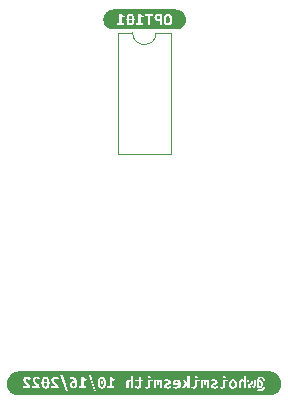
<source format=gbr>
%TF.GenerationSoftware,KiCad,Pcbnew,(6.0.0-0)*%
%TF.CreationDate,2022-10-16T11:18:23-07:00*%
%TF.ProjectId,refresh rate reader,72656672-6573-4682-9072-617465207265,rev?*%
%TF.SameCoordinates,Original*%
%TF.FileFunction,Legend,Bot*%
%TF.FilePolarity,Positive*%
%FSLAX46Y46*%
G04 Gerber Fmt 4.6, Leading zero omitted, Abs format (unit mm)*
G04 Created by KiCad (PCBNEW (6.0.0-0)) date 2022-10-16 11:18:23*
%MOMM*%
%LPD*%
G01*
G04 APERTURE LIST*
%ADD10C,0.120000*%
G04 APERTURE END LIST*
%TO.C,kibuzzard-634C4988*%
G36*
X136615333Y-106848331D02*
G01*
X136516655Y-106833694D01*
X136419887Y-106809455D01*
X136325961Y-106775847D01*
X136235781Y-106733196D01*
X136150216Y-106681910D01*
X136070091Y-106622485D01*
X135996175Y-106555492D01*
X135929182Y-106481576D01*
X135869757Y-106401450D01*
X135818471Y-106315886D01*
X135792304Y-106260560D01*
X137045699Y-106260560D01*
X137687049Y-106260560D01*
X137839449Y-106260560D01*
X138480799Y-106260560D01*
X138484768Y-106220872D01*
X138483974Y-106187535D01*
X138476632Y-106111335D01*
X138454605Y-106041485D01*
X138421268Y-105977389D01*
X138379993Y-105918453D01*
X138333161Y-105864081D01*
X138283155Y-105813678D01*
X138233776Y-105766847D01*
X138628436Y-105766847D01*
X138633894Y-105888688D01*
X138650265Y-105993860D01*
X138677550Y-106082363D01*
X138715749Y-106154197D01*
X138782777Y-106224753D01*
X138867443Y-106267086D01*
X138969749Y-106281197D01*
X139072055Y-106267086D01*
X139085107Y-106260560D01*
X139426949Y-106260560D01*
X140068299Y-106260560D01*
X140072268Y-106220872D01*
X140071474Y-106187535D01*
X140064132Y-106111335D01*
X140042105Y-106041485D01*
X140008768Y-105977389D01*
X139967493Y-105918453D01*
X139920661Y-105864081D01*
X139870655Y-105813678D01*
X139820649Y-105766252D01*
X139773818Y-105720810D01*
X139699205Y-105635085D01*
X139669836Y-105550947D01*
X139706349Y-105458078D01*
X139798424Y-105425534D01*
X139895262Y-105447760D01*
X139995274Y-105522372D01*
X140092111Y-105385847D01*
X140023651Y-105327903D01*
X139945268Y-105287422D01*
X139862122Y-105263610D01*
X139779374Y-105255672D01*
X139663486Y-105273134D01*
X139565061Y-105325522D01*
X139496799Y-105413628D01*
X139471399Y-105536660D01*
X139490449Y-105634291D01*
X139541249Y-105725572D01*
X139612687Y-105811297D01*
X139693649Y-105890672D01*
X139741274Y-105935916D01*
X139792074Y-105989891D01*
X139832555Y-106046247D01*
X139849224Y-106098635D01*
X139426949Y-106098635D01*
X139426949Y-106260560D01*
X139085107Y-106260560D01*
X139156721Y-106224753D01*
X139223749Y-106154197D01*
X139261948Y-106082363D01*
X139289233Y-105993860D01*
X139305604Y-105888688D01*
X139311062Y-105766847D01*
X139305505Y-105646395D01*
X139288836Y-105542216D01*
X139261055Y-105454308D01*
X139222161Y-105382672D01*
X139154605Y-105312116D01*
X139070467Y-105269783D01*
X138969749Y-105255672D01*
X138867443Y-105269695D01*
X138782777Y-105311764D01*
X138715749Y-105381878D01*
X138677550Y-105453266D01*
X138650265Y-105541224D01*
X138633894Y-105645751D01*
X138628436Y-105766847D01*
X138233776Y-105766847D01*
X138233149Y-105766252D01*
X138186318Y-105720810D01*
X138111705Y-105635085D01*
X138082336Y-105550947D01*
X138118849Y-105458078D01*
X138210924Y-105425534D01*
X138307761Y-105447760D01*
X138407774Y-105522372D01*
X138504611Y-105385847D01*
X138436151Y-105327903D01*
X138357768Y-105287422D01*
X138274622Y-105263610D01*
X138191874Y-105255672D01*
X138075986Y-105273134D01*
X137977561Y-105325522D01*
X137909299Y-105413628D01*
X137883899Y-105536660D01*
X137902949Y-105634291D01*
X137953749Y-105725572D01*
X138025187Y-105811297D01*
X138106149Y-105890672D01*
X138153774Y-105935916D01*
X138204574Y-105989891D01*
X138245055Y-106046247D01*
X138261724Y-106098635D01*
X137839449Y-106098635D01*
X137839449Y-106260560D01*
X137687049Y-106260560D01*
X137691018Y-106220872D01*
X137690224Y-106187535D01*
X137682882Y-106111335D01*
X137660855Y-106041485D01*
X137627518Y-105977389D01*
X137586243Y-105918453D01*
X137539411Y-105864081D01*
X137489405Y-105813678D01*
X137439399Y-105766252D01*
X137392568Y-105720810D01*
X137317955Y-105635085D01*
X137288586Y-105550947D01*
X137325099Y-105458078D01*
X137417174Y-105425534D01*
X137514012Y-105447760D01*
X137614024Y-105522372D01*
X137710861Y-105385847D01*
X137642401Y-105327903D01*
X137564018Y-105287422D01*
X137480872Y-105263610D01*
X137398124Y-105255672D01*
X137282236Y-105273134D01*
X137183811Y-105325522D01*
X137115549Y-105413628D01*
X137090149Y-105536660D01*
X137109199Y-105634291D01*
X137159999Y-105725572D01*
X137231437Y-105811297D01*
X137312399Y-105890672D01*
X137360024Y-105935916D01*
X137410824Y-105989891D01*
X137451305Y-106046247D01*
X137467974Y-106098635D01*
X137045699Y-106098635D01*
X137045699Y-106260560D01*
X135792304Y-106260560D01*
X135775819Y-106225706D01*
X135742212Y-106131780D01*
X135717973Y-106035012D01*
X135703336Y-105936334D01*
X135698441Y-105836697D01*
X135703336Y-105737060D01*
X135717973Y-105638382D01*
X135742212Y-105541614D01*
X135775819Y-105447688D01*
X135818471Y-105357508D01*
X135869757Y-105271944D01*
X135929182Y-105191818D01*
X135966270Y-105150897D01*
X140234986Y-105150897D01*
X140676312Y-106522497D01*
X140879511Y-106522497D01*
X140692759Y-105946235D01*
X141025561Y-105946235D01*
X141043818Y-106062122D01*
X141100174Y-106170072D01*
X141197011Y-106250241D01*
X141261305Y-106273458D01*
X141336711Y-106281197D01*
X141438047Y-106269820D01*
X141460802Y-106260560D01*
X141812961Y-106260560D01*
X142409861Y-106260560D01*
X142409861Y-106098635D01*
X142203486Y-106098635D01*
X142203486Y-105549360D01*
X142305086Y-105605716D01*
X142401924Y-105644610D01*
X142465424Y-105482685D01*
X142382874Y-105446172D01*
X142293974Y-105396959D01*
X142209836Y-105339810D01*
X142141574Y-105277897D01*
X142008224Y-105277897D01*
X142008224Y-106098635D01*
X141812961Y-106098635D01*
X141812961Y-106260560D01*
X141460802Y-106260560D01*
X141521920Y-106235689D01*
X141588330Y-106178803D01*
X141636396Y-106097753D01*
X141665236Y-105991125D01*
X141674849Y-105858922D01*
X141664332Y-105724381D01*
X141632780Y-105606510D01*
X141581782Y-105505703D01*
X141512924Y-105422360D01*
X141427199Y-105356875D01*
X141325599Y-105309647D01*
X141210108Y-105281072D01*
X141082711Y-105271547D01*
X141071599Y-105438235D01*
X141195424Y-105450935D01*
X141306549Y-105488241D01*
X141394655Y-105555710D01*
X141449424Y-105658897D01*
X141390686Y-105639053D01*
X141339886Y-105631910D01*
X141260710Y-105638259D01*
X141194630Y-105657310D01*
X141096999Y-105725572D01*
X141042230Y-105825585D01*
X141025561Y-105946235D01*
X140692759Y-105946235D01*
X140435011Y-105150897D01*
X142616236Y-105150897D01*
X143057561Y-106522497D01*
X143260761Y-106522497D01*
X143015874Y-105766847D01*
X143390936Y-105766847D01*
X143396394Y-105888688D01*
X143412765Y-105993860D01*
X143440050Y-106082363D01*
X143478249Y-106154197D01*
X143545277Y-106224753D01*
X143629943Y-106267086D01*
X143732249Y-106281197D01*
X143834555Y-106267086D01*
X143847607Y-106260560D01*
X144194211Y-106260560D01*
X144791111Y-106260560D01*
X145810286Y-106260560D01*
X146005549Y-106260560D01*
X146005549Y-105865272D01*
X146011502Y-105775181D01*
X146029361Y-105714460D01*
X146119849Y-105668422D01*
X146173030Y-105674772D01*
X146215099Y-105685885D01*
X146215099Y-106260560D01*
X146410361Y-106260560D01*
X146410361Y-106236747D01*
X146554824Y-106236747D01*
X146671505Y-106268497D01*
X146792949Y-106278022D01*
X146913599Y-106266910D01*
X146992620Y-106228810D01*
X147356511Y-106228810D01*
X147470018Y-106267703D01*
X147567649Y-106278022D01*
X147637697Y-106272466D01*
X147678943Y-106260560D01*
X148143911Y-106260560D01*
X148302661Y-106260560D01*
X148302661Y-105804947D01*
X148308218Y-105733510D01*
X148322505Y-105692235D01*
X148343143Y-105673185D01*
X148367749Y-105668422D01*
X148397911Y-105670803D01*
X148426486Y-105679535D01*
X148418549Y-105746210D01*
X148415374Y-105827172D01*
X148415374Y-105976397D01*
X148574124Y-105976397D01*
X148574124Y-105804947D01*
X148589205Y-105698585D01*
X148637624Y-105668422D01*
X148660643Y-105670010D01*
X148686836Y-105674772D01*
X148686836Y-106260560D01*
X148845586Y-106260560D01*
X148845586Y-106054185D01*
X148983699Y-106054185D01*
X149001162Y-106141497D01*
X149059105Y-106212935D01*
X149164674Y-106260560D01*
X149237302Y-106273656D01*
X149325011Y-106278022D01*
X149414705Y-106272466D01*
X149490111Y-106255797D01*
X149599649Y-106216110D01*
X149569487Y-106052597D01*
X149451218Y-106093872D01*
X149323424Y-106112922D01*
X149213886Y-106102603D01*
X149175787Y-106060535D01*
X149187693Y-106025610D01*
X149221030Y-106001003D01*
X149270243Y-105981160D01*
X149328186Y-105962110D01*
X149415499Y-105932741D01*
X149496462Y-105890672D01*
X149508378Y-105877972D01*
X149740936Y-105877972D01*
X149741730Y-105917660D01*
X149744111Y-105950997D01*
X150228299Y-105950997D01*
X150213218Y-106016283D01*
X150167974Y-106066091D01*
X150098918Y-106097642D01*
X150012399Y-106108159D01*
X149900480Y-106095460D01*
X149810786Y-106070060D01*
X149783799Y-106236747D01*
X149891749Y-106266116D01*
X150020336Y-106278022D01*
X150110626Y-106271870D01*
X150159881Y-106260560D01*
X150499761Y-106260560D01*
X150723599Y-106260560D01*
X150773605Y-106170866D01*
X150839486Y-106072441D01*
X150910130Y-105980366D01*
X150976011Y-105908135D01*
X150976011Y-106260560D01*
X151172861Y-106260560D01*
X151172861Y-106228810D01*
X151325261Y-106228810D01*
X151438768Y-106267703D01*
X151536399Y-106278022D01*
X151606447Y-106272466D01*
X151647693Y-106260560D01*
X152112662Y-106260560D01*
X152271412Y-106260560D01*
X152271412Y-105804947D01*
X152276968Y-105733510D01*
X152291255Y-105692235D01*
X152311893Y-105673185D01*
X152336499Y-105668422D01*
X152366661Y-105670803D01*
X152395237Y-105679535D01*
X152387299Y-105746210D01*
X152384124Y-105827172D01*
X152384124Y-105976397D01*
X152542874Y-105976397D01*
X152542874Y-105804947D01*
X152557955Y-105698585D01*
X152606374Y-105668422D01*
X152629393Y-105670010D01*
X152655586Y-105674772D01*
X152655586Y-106260560D01*
X152814336Y-106260560D01*
X152814336Y-106054185D01*
X152952449Y-106054185D01*
X152969912Y-106141497D01*
X153027855Y-106212935D01*
X153133424Y-106260560D01*
X153206052Y-106273656D01*
X153293761Y-106278022D01*
X153383455Y-106272466D01*
X153458861Y-106255797D01*
X153533346Y-106228810D01*
X153706511Y-106228810D01*
X153820018Y-106267703D01*
X153917649Y-106278022D01*
X153987697Y-106272466D01*
X154045443Y-106255797D01*
X154127993Y-106191503D01*
X154171649Y-106089110D01*
X154181174Y-106024419D01*
X154184349Y-105950997D01*
X154184349Y-105885909D01*
X154492324Y-105885909D01*
X154498674Y-105970642D01*
X154517724Y-106047041D01*
X154548283Y-106114311D01*
X154589161Y-106171660D01*
X154639763Y-106218094D01*
X154699493Y-106252622D01*
X154767557Y-106274053D01*
X154843162Y-106281197D01*
X154918766Y-106274053D01*
X154961619Y-106260560D01*
X155335286Y-106260560D01*
X155530549Y-106260560D01*
X155530549Y-105865272D01*
X155536502Y-105775181D01*
X155554362Y-105714460D01*
X155644849Y-105668422D01*
X155698030Y-105674772D01*
X155740099Y-105685885D01*
X155740099Y-106260560D01*
X155935362Y-106260560D01*
X155935362Y-105514435D01*
X156052837Y-105514435D01*
X156062411Y-105621591D01*
X156073672Y-105725572D01*
X156086620Y-105826378D01*
X156101255Y-105924010D01*
X156122687Y-106046776D01*
X156145705Y-106158960D01*
X156170312Y-106260560D01*
X156317949Y-106260560D01*
X156350493Y-106170072D01*
X156379068Y-106089903D01*
X156406055Y-106008941D01*
X156433836Y-105916072D01*
X156462411Y-106007353D01*
X156488605Y-106087522D01*
X156516386Y-106168485D01*
X156551312Y-106260560D01*
X156698949Y-106260560D01*
X156717404Y-106186939D01*
X156720316Y-106173247D01*
X156879924Y-106173247D01*
X156979143Y-106199441D01*
X157076774Y-106208172D01*
X157188693Y-106189916D01*
X157278386Y-106132766D01*
X157337918Y-106031166D01*
X157353991Y-105961514D01*
X157359349Y-105877972D01*
X157347443Y-105752560D01*
X157306961Y-105650166D01*
X157233143Y-105581110D01*
X157121224Y-105555710D01*
X157046612Y-105563647D01*
X157046612Y-105538247D01*
X157084712Y-105435853D01*
X157195837Y-105393784D01*
X157295055Y-105416009D01*
X157376018Y-105493797D01*
X157406577Y-105558686D01*
X157429993Y-105642228D01*
X157444876Y-105747202D01*
X157449836Y-105876385D01*
X157445669Y-105981160D01*
X157433168Y-106073235D01*
X157410546Y-106152014D01*
X157376018Y-106216903D01*
X157328790Y-106267902D01*
X157268068Y-106305010D01*
X157192463Y-106327631D01*
X157100587Y-106335172D01*
X156983112Y-106327235D01*
X156927549Y-106314535D01*
X156910087Y-106452647D01*
X156959299Y-106462966D01*
X157003749Y-106469316D01*
X157048993Y-106473285D01*
X157100587Y-106474872D01*
X157201790Y-106467728D01*
X157295849Y-106446297D01*
X157380185Y-106407205D01*
X157452218Y-106347078D01*
X157511154Y-106264925D01*
X157556199Y-106159753D01*
X157577366Y-106075351D01*
X157590066Y-105977720D01*
X157594299Y-105866860D01*
X157590683Y-105758645D01*
X157579835Y-105662601D01*
X157561755Y-105578728D01*
X157523457Y-105473160D01*
X157473649Y-105389816D01*
X157414118Y-105327903D01*
X157346649Y-105286628D01*
X157273227Y-105263411D01*
X157195837Y-105255672D01*
X157073599Y-105275516D01*
X156973586Y-105338222D01*
X156935090Y-105387633D01*
X156905324Y-105450141D01*
X156886274Y-105526539D01*
X156879924Y-105617622D01*
X156879924Y-106173247D01*
X156720316Y-106173247D01*
X156734668Y-106105778D01*
X156750741Y-106018069D01*
X156765624Y-105924803D01*
X156779118Y-105826974D01*
X156791024Y-105725572D01*
X156801740Y-105621194D01*
X156811661Y-105514435D01*
X156644974Y-105514435D01*
X156640652Y-105605804D01*
X156636155Y-105695762D01*
X156631480Y-105784310D01*
X156625395Y-105873033D01*
X156616664Y-105963521D01*
X156605286Y-106055772D01*
X156569568Y-105943853D01*
X156542580Y-105845428D01*
X156520355Y-105754941D01*
X156498924Y-105665247D01*
X156357637Y-105665247D01*
X156337793Y-105754941D01*
X156315568Y-105845428D01*
X156290168Y-105943853D01*
X156257624Y-106055772D01*
X156248893Y-105984334D01*
X156241749Y-105916072D01*
X156235994Y-105849595D01*
X156231430Y-105783516D01*
X156225080Y-105651753D01*
X156222501Y-105584483D01*
X156219524Y-105514435D01*
X156052837Y-105514435D01*
X155935362Y-105514435D01*
X155935362Y-105192172D01*
X155740099Y-105158835D01*
X155740099Y-105520784D01*
X155682949Y-105505703D01*
X155624211Y-105498560D01*
X155548408Y-105504711D01*
X155486099Y-105523166D01*
X155397199Y-105593016D01*
X155349574Y-105700966D01*
X155338858Y-105767045D01*
X155335286Y-105839872D01*
X155335286Y-106260560D01*
X154961619Y-106260560D01*
X154986830Y-106252622D01*
X155046758Y-106218094D01*
X155097955Y-106171660D01*
X155139429Y-106114311D01*
X155170187Y-106047041D01*
X155189237Y-105970642D01*
X155195587Y-105885909D01*
X155189038Y-105802367D01*
X155169393Y-105726366D01*
X155138040Y-105659294D01*
X155096368Y-105602541D01*
X155044972Y-105556900D01*
X154984449Y-105523166D01*
X154916583Y-105502330D01*
X154843162Y-105495385D01*
X154768747Y-105502330D01*
X154701080Y-105523166D01*
X154641152Y-105556900D01*
X154589955Y-105602541D01*
X154548482Y-105659294D01*
X154517724Y-105726366D01*
X154498674Y-105802367D01*
X154492324Y-105885909D01*
X154184349Y-105885909D01*
X154184349Y-105676360D01*
X154390724Y-105676360D01*
X154390724Y-105514435D01*
X153989086Y-105514435D01*
X153989086Y-105976397D01*
X153964480Y-106075616D01*
X153882724Y-106108159D01*
X153817637Y-106101016D01*
X153731912Y-106071647D01*
X153706511Y-106228810D01*
X153533346Y-106228810D01*
X153568399Y-106216110D01*
X153538236Y-106052597D01*
X153419968Y-106093872D01*
X153292174Y-106112922D01*
X153182636Y-106102603D01*
X153144537Y-106060535D01*
X153156443Y-106025610D01*
X153189780Y-106001003D01*
X153238993Y-105981160D01*
X153296936Y-105962110D01*
X153384249Y-105932741D01*
X153465211Y-105890672D01*
X153525536Y-105826378D01*
X153549349Y-105728747D01*
X153531093Y-105639053D01*
X153473943Y-105564441D01*
X153374724Y-105513641D01*
X153308446Y-105499949D01*
X153230261Y-105495385D01*
X153159816Y-105498163D01*
X153094530Y-105506497D01*
X152985786Y-105538247D01*
X153015949Y-105703347D01*
X153100087Y-105677153D01*
X153228674Y-105658897D01*
X153329480Y-105677153D01*
X153355674Y-105716047D01*
X153343768Y-105747003D01*
X153312018Y-105771610D01*
X153265980Y-105793041D01*
X153209624Y-105812885D01*
X153120724Y-105844635D01*
X153037380Y-105888291D01*
X152976261Y-105954966D01*
X152952449Y-106054185D01*
X152814336Y-106054185D01*
X152814336Y-105543009D01*
X152692099Y-105516022D01*
X152585736Y-105506497D01*
X152511918Y-105516816D01*
X152455561Y-105550947D01*
X152392061Y-105519991D01*
X152315861Y-105506497D01*
X152214261Y-105525547D01*
X152151555Y-105582697D01*
X152120599Y-105678741D01*
X152114646Y-105741645D01*
X152112662Y-105814472D01*
X152112662Y-106260560D01*
X151647693Y-106260560D01*
X151664193Y-106255797D01*
X151746743Y-106191503D01*
X151790399Y-106089110D01*
X151799924Y-106024419D01*
X151803099Y-105950997D01*
X151803099Y-105676360D01*
X152009474Y-105676360D01*
X152009474Y-105514435D01*
X151607836Y-105514435D01*
X151607836Y-105976397D01*
X151583230Y-106075616D01*
X151501474Y-106108159D01*
X151436386Y-106101016D01*
X151350661Y-106071647D01*
X151325261Y-106228810D01*
X151172861Y-106228810D01*
X151172861Y-105300122D01*
X151615774Y-105300122D01*
X151652287Y-105390610D01*
X151739599Y-105423947D01*
X151826118Y-105390610D01*
X151861836Y-105300122D01*
X153997024Y-105300122D01*
X154033536Y-105390610D01*
X154120849Y-105423947D01*
X154207368Y-105390610D01*
X154243086Y-105300122D01*
X154207368Y-105208047D01*
X154120849Y-105174709D01*
X154033536Y-105208047D01*
X153997024Y-105300122D01*
X151861836Y-105300122D01*
X151826118Y-105208047D01*
X151739599Y-105174709D01*
X151652287Y-105208047D01*
X151615774Y-105300122D01*
X151172861Y-105300122D01*
X151172861Y-105192172D01*
X150976011Y-105158835D01*
X150976011Y-105809710D01*
X150918068Y-105739066D01*
X150860918Y-105662072D01*
X150807736Y-105585078D01*
X150763287Y-105514435D01*
X150528336Y-105514435D01*
X150593424Y-105593810D01*
X150668830Y-105681122D01*
X150746618Y-105766847D01*
X150817261Y-105843047D01*
X150731536Y-105934328D01*
X150685896Y-105988502D01*
X150641049Y-106044660D01*
X150598385Y-106101810D01*
X150559293Y-106158960D01*
X150499761Y-106260560D01*
X150159881Y-106260560D01*
X150190993Y-106253416D01*
X150260843Y-106222856D01*
X150319580Y-106180391D01*
X150366610Y-106126217D01*
X150401336Y-106060535D01*
X150422768Y-105983144D01*
X150429911Y-105893847D01*
X150422371Y-105801375D01*
X150399749Y-105720810D01*
X150364824Y-105652349D01*
X150320374Y-105596191D01*
X150267590Y-105552336D01*
X150207661Y-105520784D01*
X150143368Y-105501734D01*
X150077486Y-105495385D01*
X149976239Y-105506232D01*
X149892631Y-105538776D01*
X149826661Y-105593016D01*
X149779036Y-105668069D01*
X149750462Y-105763055D01*
X149740936Y-105877972D01*
X149508378Y-105877972D01*
X149556786Y-105826378D01*
X149580599Y-105728747D01*
X149562343Y-105639053D01*
X149505193Y-105564441D01*
X149405974Y-105513641D01*
X149339696Y-105499949D01*
X149261511Y-105495385D01*
X149191066Y-105498163D01*
X149125780Y-105506497D01*
X149017036Y-105538247D01*
X149047199Y-105703347D01*
X149131336Y-105677153D01*
X149259924Y-105658897D01*
X149360730Y-105677153D01*
X149386924Y-105716047D01*
X149375018Y-105747003D01*
X149343268Y-105771610D01*
X149297230Y-105793041D01*
X149240874Y-105812885D01*
X149151974Y-105844635D01*
X149068630Y-105888291D01*
X149007512Y-105954966D01*
X148983699Y-106054185D01*
X148845586Y-106054185D01*
X148845586Y-105543009D01*
X148723349Y-105516022D01*
X148616987Y-105506497D01*
X148543168Y-105516816D01*
X148486811Y-105550947D01*
X148423311Y-105519991D01*
X148347111Y-105506497D01*
X148245511Y-105525547D01*
X148182805Y-105582697D01*
X148151849Y-105678741D01*
X148145896Y-105741645D01*
X148143911Y-105814472D01*
X148143911Y-106260560D01*
X147678943Y-106260560D01*
X147695443Y-106255797D01*
X147777993Y-106191503D01*
X147821649Y-106089110D01*
X147831174Y-106024419D01*
X147834349Y-105950997D01*
X147834349Y-105676360D01*
X148040724Y-105676360D01*
X148040724Y-105514435D01*
X147639086Y-105514435D01*
X147639086Y-105976397D01*
X147614480Y-106075616D01*
X147532724Y-106108159D01*
X147467636Y-106101016D01*
X147381911Y-106071647D01*
X147356511Y-106228810D01*
X146992620Y-106228810D01*
X147002499Y-106224047D01*
X147058061Y-106134353D01*
X147072349Y-106067480D01*
X147077112Y-105982747D01*
X147077112Y-105676360D01*
X147246974Y-105676360D01*
X147246974Y-105514435D01*
X147077112Y-105514435D01*
X147077112Y-105327109D01*
X146911136Y-105300122D01*
X147647024Y-105300122D01*
X147683536Y-105390610D01*
X147770849Y-105423947D01*
X147857368Y-105390610D01*
X147893086Y-105300122D01*
X147857368Y-105208047D01*
X147770849Y-105174709D01*
X147683536Y-105208047D01*
X147647024Y-105300122D01*
X146911136Y-105300122D01*
X146881849Y-105295360D01*
X146881849Y-105514435D01*
X146569111Y-105514435D01*
X146569111Y-105676360D01*
X146881849Y-105676360D01*
X146881849Y-105977985D01*
X146873912Y-106044660D01*
X146851686Y-106084347D01*
X146816761Y-106103397D01*
X146770724Y-106108159D01*
X146720718Y-106106572D01*
X146676268Y-106101016D01*
X146631818Y-106089110D01*
X146581812Y-106068472D01*
X146554824Y-106236747D01*
X146410361Y-106236747D01*
X146410361Y-105192172D01*
X146215099Y-105158835D01*
X146215099Y-105520784D01*
X146157949Y-105505703D01*
X146099211Y-105498560D01*
X146023408Y-105504711D01*
X145961099Y-105523166D01*
X145872199Y-105593016D01*
X145824574Y-105700966D01*
X145813858Y-105767045D01*
X145810286Y-105839872D01*
X145810286Y-106260560D01*
X144791111Y-106260560D01*
X144791111Y-106098635D01*
X144584736Y-106098635D01*
X144584736Y-105549360D01*
X144686336Y-105605716D01*
X144783174Y-105644610D01*
X144846674Y-105482685D01*
X144764124Y-105446172D01*
X144675224Y-105396959D01*
X144591086Y-105339810D01*
X144522824Y-105277897D01*
X144389474Y-105277897D01*
X144389474Y-106098635D01*
X144194211Y-106098635D01*
X144194211Y-106260560D01*
X143847607Y-106260560D01*
X143919221Y-106224753D01*
X143986249Y-106154197D01*
X144024448Y-106082363D01*
X144051733Y-105993860D01*
X144068104Y-105888688D01*
X144073561Y-105766847D01*
X144068005Y-105646395D01*
X144051336Y-105542216D01*
X144023555Y-105454308D01*
X143984661Y-105382672D01*
X143917105Y-105312116D01*
X143832967Y-105269783D01*
X143732249Y-105255672D01*
X143629943Y-105269695D01*
X143545277Y-105311764D01*
X143478249Y-105381878D01*
X143440050Y-105453266D01*
X143412765Y-105541224D01*
X143396394Y-105645751D01*
X143390936Y-105766847D01*
X143015874Y-105766847D01*
X142816261Y-105150897D01*
X142616236Y-105150897D01*
X140435011Y-105150897D01*
X140234986Y-105150897D01*
X135966270Y-105150897D01*
X135996175Y-105117902D01*
X136070091Y-105050909D01*
X136150216Y-104991484D01*
X136235781Y-104940198D01*
X136325961Y-104897547D01*
X136419887Y-104863939D01*
X136516655Y-104839700D01*
X136615333Y-104825063D01*
X136714970Y-104820168D01*
X157925028Y-104820168D01*
X158024665Y-104825063D01*
X158123343Y-104839700D01*
X158220111Y-104863939D01*
X158314037Y-104897547D01*
X158404217Y-104940198D01*
X158489782Y-104991484D01*
X158569907Y-105050909D01*
X158643823Y-105117902D01*
X158710816Y-105191818D01*
X158770241Y-105271944D01*
X158821527Y-105357508D01*
X158864179Y-105447688D01*
X158897786Y-105541614D01*
X158922025Y-105638382D01*
X158936662Y-105737060D01*
X158941557Y-105836697D01*
X158936662Y-105936334D01*
X158922025Y-106035012D01*
X158897786Y-106131780D01*
X158864179Y-106225706D01*
X158821527Y-106315886D01*
X158770241Y-106401450D01*
X158710816Y-106481576D01*
X158643823Y-106555492D01*
X158569907Y-106622485D01*
X158489782Y-106681910D01*
X158404217Y-106733196D01*
X158314037Y-106775847D01*
X158220111Y-106809455D01*
X158123343Y-106833694D01*
X158024665Y-106848331D01*
X157925028Y-106853226D01*
X136714970Y-106853226D01*
X136615333Y-106848331D01*
G37*
G36*
X143609218Y-106024816D02*
G01*
X143585846Y-105956994D01*
X143571823Y-105871005D01*
X143567149Y-105766847D01*
X143567867Y-105750972D01*
X143643349Y-105750972D01*
X143667955Y-105824791D01*
X143730661Y-105855747D01*
X143795749Y-105824791D01*
X143819561Y-105750972D01*
X143795749Y-105676360D01*
X143730661Y-105644610D01*
X143667955Y-105676360D01*
X143643349Y-105750972D01*
X143567867Y-105750972D01*
X143571823Y-105663571D01*
X143585846Y-105578111D01*
X143609218Y-105510466D01*
X143661010Y-105444386D01*
X143732249Y-105422360D01*
X143802496Y-105444386D01*
X143854486Y-105510466D01*
X143878299Y-105578111D01*
X143892586Y-105663571D01*
X143897349Y-105766847D01*
X143892586Y-105871005D01*
X143878299Y-105956994D01*
X143854486Y-106024816D01*
X143802496Y-106090895D01*
X143732249Y-106112922D01*
X143730661Y-106112431D01*
X143661010Y-106090895D01*
X143609218Y-106024816D01*
G37*
G36*
X138846718Y-106024816D02*
G01*
X138823346Y-105956994D01*
X138809323Y-105871005D01*
X138804649Y-105766847D01*
X138805367Y-105750972D01*
X138880849Y-105750972D01*
X138905455Y-105824791D01*
X138968161Y-105855747D01*
X139033249Y-105824791D01*
X139057061Y-105750972D01*
X139033249Y-105676360D01*
X138968161Y-105644610D01*
X138905455Y-105676360D01*
X138880849Y-105750972D01*
X138805367Y-105750972D01*
X138809323Y-105663571D01*
X138823346Y-105578111D01*
X138846718Y-105510466D01*
X138898510Y-105444386D01*
X138969749Y-105422360D01*
X139039996Y-105444386D01*
X139091986Y-105510466D01*
X139115799Y-105578111D01*
X139130086Y-105663571D01*
X139134849Y-105766847D01*
X139130086Y-105871005D01*
X139115799Y-105956994D01*
X139091986Y-106024816D01*
X139039996Y-106090895D01*
X138969749Y-106112922D01*
X138968161Y-106112431D01*
X138898510Y-106090895D01*
X138846718Y-106024816D01*
G37*
G36*
X154910035Y-105680527D02*
G01*
X154958255Y-105726366D01*
X154987426Y-105797208D01*
X154997149Y-105887497D01*
X154988219Y-105977985D01*
X154961430Y-106049422D01*
X154914797Y-106095856D01*
X154846336Y-106111335D01*
X154779463Y-106095856D01*
X154731243Y-106049422D01*
X154702072Y-105977985D01*
X154692349Y-105887497D01*
X154701279Y-105797208D01*
X154728068Y-105726366D01*
X154774701Y-105680527D01*
X154843162Y-105665247D01*
X154910035Y-105680527D01*
G37*
G36*
X141427199Y-105800185D02*
G01*
X141479586Y-105817647D01*
X141481968Y-105846222D01*
X141482761Y-105876385D01*
X141476411Y-105964491D01*
X141454186Y-106039897D01*
X141410530Y-106093078D01*
X141341474Y-106112922D01*
X141284324Y-106097047D01*
X141245430Y-106057360D01*
X141223205Y-106004972D01*
X141216061Y-105949410D01*
X141249399Y-105834316D01*
X141295040Y-105803955D01*
X141365286Y-105793835D01*
X141427199Y-105800185D01*
G37*
G36*
X157141862Y-105731128D02*
G01*
X157172024Y-105766053D01*
X157187899Y-105814472D01*
X157192662Y-105868447D01*
X157188693Y-105930360D01*
X157173611Y-105987510D01*
X157142655Y-106029578D01*
X157091062Y-106046247D01*
X157046612Y-106041485D01*
X157046612Y-105723985D01*
X157070424Y-105719222D01*
X157092649Y-105717635D01*
X157141862Y-105731128D01*
G37*
G36*
X150140193Y-105671597D02*
G01*
X150186230Y-105706522D01*
X150214805Y-105757322D01*
X150228299Y-105816060D01*
X149929849Y-105816060D01*
X149937786Y-105758116D01*
X149963187Y-105708110D01*
X150007636Y-105672391D01*
X150074311Y-105658897D01*
X150140193Y-105671597D01*
G37*
%TO.C,kibuzzard-634C44DF*%
G36*
X144625515Y-75863986D02*
G01*
X144543635Y-75851840D01*
X144463339Y-75831727D01*
X144385402Y-75803841D01*
X144310573Y-75768449D01*
X144239573Y-75725894D01*
X144173086Y-75676584D01*
X144111753Y-75620995D01*
X144056164Y-75559661D01*
X144024287Y-75516681D01*
X145038921Y-75516681D01*
X145635821Y-75516681D01*
X145635821Y-75354756D01*
X145429446Y-75354756D01*
X145429446Y-75022968D01*
X145823146Y-75022968D01*
X145828603Y-75144809D01*
X145844974Y-75249981D01*
X145872259Y-75338484D01*
X145910458Y-75410318D01*
X145977486Y-75480874D01*
X146062153Y-75523207D01*
X146164458Y-75537318D01*
X146266764Y-75523207D01*
X146279816Y-75516681D01*
X146626421Y-75516681D01*
X147223321Y-75516681D01*
X147223321Y-75354756D01*
X147016946Y-75354756D01*
X147016946Y-74805481D01*
X147118546Y-74861837D01*
X147215383Y-74900731D01*
X147278883Y-74738806D01*
X147196334Y-74702293D01*
X147184863Y-74695943D01*
X147394771Y-74695943D01*
X147653534Y-74695943D01*
X147653534Y-75516681D01*
X147850384Y-75516681D01*
X147850384Y-74851518D01*
X148193284Y-74851518D01*
X148204837Y-74958146D01*
X148239497Y-75043077D01*
X148297265Y-75106312D01*
X148376199Y-75149968D01*
X148474359Y-75176162D01*
X148591746Y-75184893D01*
X148661596Y-75184893D01*
X148661596Y-75516681D01*
X148856859Y-75516681D01*
X148856859Y-75024556D01*
X148985446Y-75024556D01*
X148991201Y-75143767D01*
X149008465Y-75247401D01*
X149037238Y-75335458D01*
X149077521Y-75407937D01*
X149147371Y-75479816D01*
X149234154Y-75522943D01*
X149337871Y-75537318D01*
X149444145Y-75522943D01*
X149532252Y-75479816D01*
X149602190Y-75407937D01*
X149642125Y-75335458D01*
X149670651Y-75247401D01*
X149687766Y-75143767D01*
X149693471Y-75024556D01*
X149687617Y-74905345D01*
X149670055Y-74801711D01*
X149640786Y-74713654D01*
X149599809Y-74641175D01*
X149529253Y-74569296D01*
X149442470Y-74526169D01*
X149339459Y-74511793D01*
X149233272Y-74526169D01*
X149145431Y-74569296D01*
X149075934Y-74641175D01*
X149036345Y-74713654D01*
X149008068Y-74801711D01*
X148991101Y-74905345D01*
X148985446Y-75024556D01*
X148856859Y-75024556D01*
X148856859Y-74546718D01*
X148792565Y-74535606D01*
X148720334Y-74528462D01*
X148648896Y-74524493D01*
X148586984Y-74522906D01*
X148471449Y-74531461D01*
X148374611Y-74557125D01*
X148296471Y-74599900D01*
X148239145Y-74662077D01*
X148204749Y-74745950D01*
X148193284Y-74851518D01*
X147850384Y-74851518D01*
X147850384Y-74695943D01*
X148109146Y-74695943D01*
X148109146Y-74534018D01*
X147394771Y-74534018D01*
X147394771Y-74695943D01*
X147184863Y-74695943D01*
X147107434Y-74653081D01*
X147023296Y-74595931D01*
X146955033Y-74534018D01*
X146821683Y-74534018D01*
X146821683Y-75354756D01*
X146626421Y-75354756D01*
X146626421Y-75516681D01*
X146279816Y-75516681D01*
X146351431Y-75480874D01*
X146418459Y-75410318D01*
X146456658Y-75338484D01*
X146483943Y-75249981D01*
X146500314Y-75144809D01*
X146505771Y-75022968D01*
X146500215Y-74902517D01*
X146483546Y-74798337D01*
X146455765Y-74710429D01*
X146416871Y-74638793D01*
X146349314Y-74568238D01*
X146265177Y-74525905D01*
X146164458Y-74511793D01*
X146062153Y-74525816D01*
X145977486Y-74567885D01*
X145910458Y-74638000D01*
X145872259Y-74709388D01*
X145844974Y-74797345D01*
X145828603Y-74901872D01*
X145823146Y-75022968D01*
X145429446Y-75022968D01*
X145429446Y-74805481D01*
X145531046Y-74861837D01*
X145627883Y-74900731D01*
X145691383Y-74738806D01*
X145608833Y-74702293D01*
X145519933Y-74653081D01*
X145435796Y-74595931D01*
X145367533Y-74534018D01*
X145234184Y-74534018D01*
X145234184Y-75354756D01*
X145038921Y-75354756D01*
X145038921Y-75516681D01*
X144024287Y-75516681D01*
X144006854Y-75493175D01*
X143964299Y-75422175D01*
X143928907Y-75347346D01*
X143901021Y-75269409D01*
X143880908Y-75189113D01*
X143868762Y-75107233D01*
X143864700Y-75024556D01*
X143868762Y-74941879D01*
X143880908Y-74859999D01*
X143901021Y-74779703D01*
X143928907Y-74701766D01*
X143964299Y-74626937D01*
X144006854Y-74555937D01*
X144056164Y-74489451D01*
X144111753Y-74428117D01*
X144173086Y-74372528D01*
X144239573Y-74323218D01*
X144310573Y-74280663D01*
X144385402Y-74245271D01*
X144463339Y-74217385D01*
X144543635Y-74197272D01*
X144625515Y-74185126D01*
X144708192Y-74181064D01*
X150024200Y-74181064D01*
X150106877Y-74185126D01*
X150188757Y-74197272D01*
X150269053Y-74217385D01*
X150346990Y-74245271D01*
X150421819Y-74280663D01*
X150492819Y-74323218D01*
X150559306Y-74372528D01*
X150620639Y-74428117D01*
X150676228Y-74489451D01*
X150725538Y-74555937D01*
X150768093Y-74626937D01*
X150803485Y-74701766D01*
X150831371Y-74779703D01*
X150851484Y-74859999D01*
X150863630Y-74941879D01*
X150867692Y-75024556D01*
X150863630Y-75107233D01*
X150851484Y-75189113D01*
X150831371Y-75269409D01*
X150803485Y-75347346D01*
X150768093Y-75422175D01*
X150725538Y-75493175D01*
X150676228Y-75559661D01*
X150620639Y-75620995D01*
X150559306Y-75676584D01*
X150492819Y-75725894D01*
X150421819Y-75768449D01*
X150346990Y-75803841D01*
X150269053Y-75831727D01*
X150188757Y-75851840D01*
X150106877Y-75863986D01*
X150024200Y-75868048D01*
X144708192Y-75868048D01*
X144625515Y-75863986D01*
G37*
G36*
X146041427Y-75280937D02*
G01*
X146018056Y-75213116D01*
X146004033Y-75127126D01*
X145999358Y-75022968D01*
X146000077Y-75007093D01*
X146075558Y-75007093D01*
X146100165Y-75080912D01*
X146162871Y-75111868D01*
X146227958Y-75080912D01*
X146251771Y-75007093D01*
X146227958Y-74932481D01*
X146162871Y-74900731D01*
X146100165Y-74932481D01*
X146075558Y-75007093D01*
X146000077Y-75007093D01*
X146004033Y-74919693D01*
X146018056Y-74834232D01*
X146041427Y-74766587D01*
X146093219Y-74700508D01*
X146164458Y-74678481D01*
X146234705Y-74700508D01*
X146286696Y-74766587D01*
X146310508Y-74834232D01*
X146324796Y-74919693D01*
X146329559Y-75022968D01*
X146324796Y-75127126D01*
X146310508Y-75213116D01*
X146286696Y-75280937D01*
X146234705Y-75347017D01*
X146164458Y-75369043D01*
X146162871Y-75368553D01*
X146093219Y-75347017D01*
X146041427Y-75280937D01*
G37*
G36*
X149420421Y-74708643D02*
G01*
X149467252Y-74782462D01*
X149489477Y-74891206D01*
X149493644Y-74955500D01*
X149495034Y-75024556D01*
X149493644Y-75093811D01*
X149489477Y-75158700D01*
X149467252Y-75267443D01*
X149420421Y-75340468D01*
X149339459Y-75367456D01*
X149259290Y-75340468D01*
X149211665Y-75266650D01*
X149189440Y-75157906D01*
X149185273Y-75093612D01*
X149183884Y-75024556D01*
X149185273Y-74955301D01*
X149189440Y-74890412D01*
X149211665Y-74781668D01*
X149258496Y-74708643D01*
X149339459Y-74681656D01*
X149420421Y-74708643D01*
G37*
G36*
X148613177Y-74693562D02*
G01*
X148661596Y-74697531D01*
X148661596Y-75015031D01*
X148582221Y-75015031D01*
X148500068Y-75005704D01*
X148440934Y-74977725D01*
X148405215Y-74927123D01*
X148393308Y-74849931D01*
X148405016Y-74776708D01*
X148440140Y-74728487D01*
X148494710Y-74701698D01*
X148564759Y-74692768D01*
X148613177Y-74693562D01*
G37*
D10*
%TO.C,U1*%
X149585000Y-86430000D02*
X145085000Y-86430000D01*
X145085000Y-76150000D02*
X146335000Y-76150000D01*
X145085000Y-86430000D02*
X145085000Y-76150000D01*
X149585000Y-76150000D02*
X149585000Y-86430000D01*
X148335000Y-76150000D02*
X149585000Y-76150000D01*
X146335000Y-76150000D02*
G75*
G03*
X148335000Y-76150000I1000000J0D01*
G01*
%TD*%
M02*

</source>
